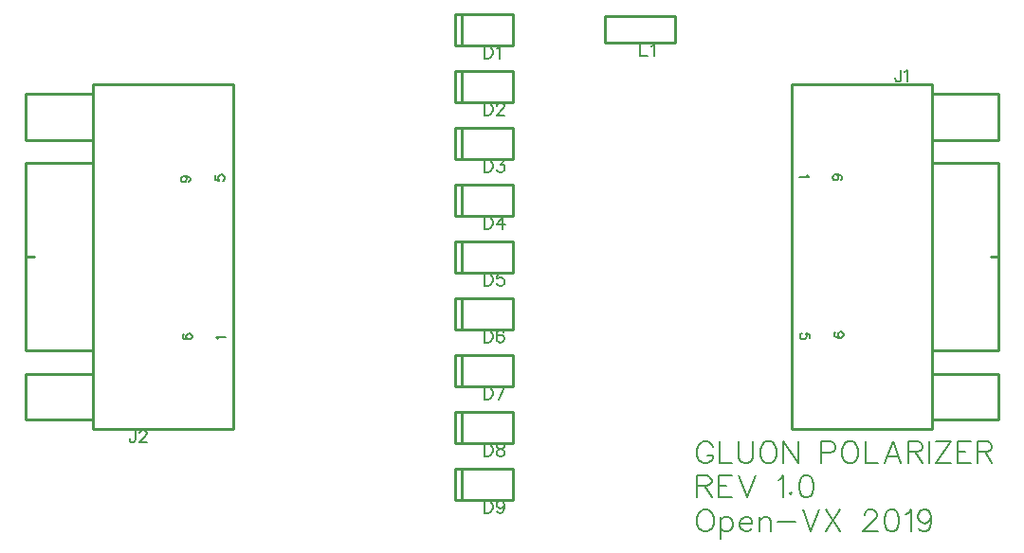
<source format=gto>
G04 Layer: TopSilkLayer*
G04 EasyEDA v5.9.42, Tue, 26 Mar 2019 22:23:46 GMT*
G04 136a07bf7604451eaa250bedc6906433*
G04 Gerber Generator version 0.2*
G04 Scale: 100 percent, Rotated: No, Reflected: No *
G04 Dimensions in inches *
G04 leading zeros omitted , absolute positions ,2 integer and 4 decimal *
%FSLAX24Y24*%
%MOIN*%
G90*
G70D02*

%ADD10C,0.010000*%
%ADD17C,0.009000*%
%ADD18C,0.008000*%
%ADD19C,0.006000*%
%ADD20C,0.005000*%

%LPD*%
G54D17*
G01X17525Y17459D02*
G01X15475Y17459D01*
G01X15475Y18540D01*
G01X17525Y18540D01*
G01X17525Y17459D01*
G01X15725Y17459D02*
G01X15725Y18540D01*
G01X17525Y15459D02*
G01X15475Y15459D01*
G01X15475Y16540D01*
G01X17525Y16540D01*
G01X17525Y15459D01*
G01X15725Y15459D02*
G01X15725Y16540D01*
G01X17525Y13459D02*
G01X15475Y13459D01*
G01X15475Y14540D01*
G01X17525Y14540D01*
G01X17525Y13459D01*
G01X15725Y13459D02*
G01X15725Y14540D01*
G01X17525Y11459D02*
G01X15475Y11459D01*
G01X15475Y12540D01*
G01X17525Y12540D01*
G01X17525Y11459D01*
G01X15725Y11459D02*
G01X15725Y12540D01*
G01X17525Y9459D02*
G01X15475Y9459D01*
G01X15475Y10540D01*
G01X17525Y10540D01*
G01X17525Y9459D01*
G01X15725Y9459D02*
G01X15725Y10540D01*
G01X17525Y7459D02*
G01X15475Y7459D01*
G01X15475Y8540D01*
G01X17525Y8540D01*
G01X17525Y7459D01*
G01X15725Y7459D02*
G01X15725Y8540D01*
G01X17525Y5459D02*
G01X15475Y5459D01*
G01X15475Y6540D01*
G01X17525Y6540D01*
G01X17525Y5459D01*
G01X15725Y5459D02*
G01X15725Y6540D01*
G01X17525Y3459D02*
G01X15475Y3459D01*
G01X15475Y4540D01*
G01X17525Y4540D01*
G01X17525Y3459D01*
G01X15725Y3459D02*
G01X15725Y4540D01*
G01X17525Y1459D02*
G01X15475Y1459D01*
G01X15475Y2540D01*
G01X17525Y2540D01*
G01X17525Y1459D01*
G01X15725Y1459D02*
G01X15725Y2540D01*
G54D10*
G01X23239Y18469D02*
G01X23239Y17530D01*
G01X23239Y17530D02*
G01X20760Y17530D01*
G01X20760Y17530D02*
G01X20760Y18469D01*
G01X20760Y18469D02*
G01X23239Y18469D01*
G01X32240Y3936D02*
G01X27318Y3936D01*
G01X27318Y16062D01*
G01X32240Y16062D01*
G01X32240Y3936D01*
G01X34318Y9998D02*
G01X34594Y9998D01*
G01X32240Y13295D02*
G01X34602Y13295D01*
G01X34602Y6700D01*
G01X32240Y6700D01*
G01X32240Y14106D02*
G01X34602Y14106D01*
G01X32240Y15736D02*
G01X34602Y15736D01*
G01X34602Y14118D01*
G01X34602Y4275D02*
G01X34602Y5893D01*
G01X32240Y5893D01*
G01X32240Y4263D02*
G01X34602Y4263D01*
G01X2759Y16063D02*
G01X7681Y16063D01*
G01X7681Y3937D01*
G01X2759Y3937D01*
G01X2759Y16063D01*
G01X681Y10001D02*
G01X405Y10001D01*
G01X2759Y6704D02*
G01X397Y6704D01*
G01X397Y13299D01*
G01X2759Y13299D01*
G01X2759Y5893D02*
G01X397Y5893D01*
G01X2759Y4263D02*
G01X397Y4263D01*
G01X397Y5881D01*
G01X397Y15724D02*
G01X397Y14106D01*
G01X2759Y14106D01*
G01X2759Y15736D02*
G01X397Y15736D01*
G54D18*
G01X24544Y3318D02*
G01X24509Y3390D01*
G01X24435Y3463D01*
G01X24364Y3499D01*
G01X24218Y3499D01*
G01X24144Y3463D01*
G01X24072Y3390D01*
G01X24035Y3318D01*
G01X24000Y3208D01*
G01X24000Y3027D01*
G01X24035Y2918D01*
G01X24072Y2845D01*
G01X24144Y2772D01*
G01X24218Y2736D01*
G01X24364Y2736D01*
G01X24435Y2772D01*
G01X24509Y2845D01*
G01X24544Y2918D01*
G01X24544Y3027D01*
G01X24364Y3027D02*
G01X24544Y3027D01*
G01X24785Y3499D02*
G01X24785Y2736D01*
G01X24785Y2736D02*
G01X25222Y2736D01*
G01X25461Y3499D02*
G01X25461Y2954D01*
G01X25497Y2845D01*
G01X25571Y2772D01*
G01X25680Y2736D01*
G01X25752Y2736D01*
G01X25861Y2772D01*
G01X25935Y2845D01*
G01X25971Y2954D01*
G01X25971Y3499D01*
G01X26428Y3499D02*
G01X26356Y3463D01*
G01X26284Y3390D01*
G01X26247Y3318D01*
G01X26210Y3208D01*
G01X26210Y3027D01*
G01X26247Y2918D01*
G01X26284Y2845D01*
G01X26356Y2772D01*
G01X26428Y2736D01*
G01X26575Y2736D01*
G01X26647Y2772D01*
G01X26719Y2845D01*
G01X26756Y2918D01*
G01X26793Y3027D01*
G01X26793Y3208D01*
G01X26756Y3318D01*
G01X26719Y3390D01*
G01X26647Y3463D01*
G01X26575Y3499D01*
G01X26428Y3499D01*
G01X27032Y3499D02*
G01X27032Y2736D01*
G01X27032Y3499D02*
G01X27542Y2736D01*
G01X27542Y3499D02*
G01X27542Y2736D01*
G01X28342Y3499D02*
G01X28342Y2736D01*
G01X28342Y3499D02*
G01X28668Y3499D01*
G01X28777Y3463D01*
G01X28814Y3427D01*
G01X28851Y3354D01*
G01X28851Y3245D01*
G01X28814Y3172D01*
G01X28777Y3136D01*
G01X28668Y3099D01*
G01X28342Y3099D01*
G01X29309Y3499D02*
G01X29235Y3463D01*
G01X29164Y3390D01*
G01X29127Y3318D01*
G01X29090Y3208D01*
G01X29090Y3027D01*
G01X29127Y2918D01*
G01X29164Y2845D01*
G01X29235Y2772D01*
G01X29309Y2736D01*
G01X29455Y2736D01*
G01X29527Y2772D01*
G01X29600Y2845D01*
G01X29635Y2918D01*
G01X29672Y3027D01*
G01X29672Y3208D01*
G01X29635Y3318D01*
G01X29600Y3390D01*
G01X29527Y3463D01*
G01X29455Y3499D01*
G01X29309Y3499D01*
G01X29913Y3499D02*
G01X29913Y2736D01*
G01X29913Y2736D02*
G01X30348Y2736D01*
G01X30880Y3499D02*
G01X30589Y2736D01*
G01X30880Y3499D02*
G01X31171Y2736D01*
G01X30697Y2990D02*
G01X31061Y2990D01*
G01X31410Y3499D02*
G01X31410Y2736D01*
G01X31410Y3499D02*
G01X31738Y3499D01*
G01X31847Y3463D01*
G01X31884Y3427D01*
G01X31919Y3354D01*
G01X31919Y3281D01*
G01X31884Y3208D01*
G01X31847Y3172D01*
G01X31738Y3136D01*
G01X31410Y3136D01*
G01X31664Y3136D02*
G01X31919Y2736D01*
G01X32160Y3499D02*
G01X32160Y2736D01*
G01X32909Y3499D02*
G01X32400Y2736D01*
G01X32400Y3499D02*
G01X32909Y3499D01*
G01X32400Y2736D02*
G01X32909Y2736D01*
G01X33148Y3499D02*
G01X33148Y2736D01*
G01X33148Y3499D02*
G01X33622Y3499D01*
G01X33148Y3136D02*
G01X33439Y3136D01*
G01X33148Y2736D02*
G01X33622Y2736D01*
G01X33861Y3499D02*
G01X33861Y2736D01*
G01X33861Y3499D02*
G01X34189Y3499D01*
G01X34297Y3463D01*
G01X34335Y3427D01*
G01X34371Y3354D01*
G01X34371Y3281D01*
G01X34335Y3208D01*
G01X34297Y3172D01*
G01X34189Y3136D01*
G01X33861Y3136D01*
G01X34115Y3136D02*
G01X34371Y2736D01*
G01X24000Y2299D02*
G01X24000Y1536D01*
G01X24000Y2299D02*
G01X24327Y2299D01*
G01X24435Y2263D01*
G01X24472Y2227D01*
G01X24509Y2154D01*
G01X24509Y2081D01*
G01X24472Y2008D01*
G01X24435Y1972D01*
G01X24327Y1936D01*
G01X24000Y1936D01*
G01X24255Y1936D02*
G01X24509Y1536D01*
G01X24748Y2299D02*
G01X24748Y1536D01*
G01X24748Y2299D02*
G01X25222Y2299D01*
G01X24748Y1936D02*
G01X25039Y1936D01*
G01X24748Y1536D02*
G01X25222Y1536D01*
G01X25461Y2299D02*
G01X25752Y1536D01*
G01X26043Y2299D02*
G01X25752Y1536D01*
G01X26843Y2154D02*
G01X26915Y2190D01*
G01X27025Y2299D01*
G01X27025Y1536D01*
G01X27302Y1718D02*
G01X27264Y1681D01*
G01X27302Y1645D01*
G01X27338Y1681D01*
G01X27302Y1718D01*
G01X27796Y2299D02*
G01X27686Y2263D01*
G01X27614Y2154D01*
G01X27577Y1972D01*
G01X27577Y1863D01*
G01X27614Y1681D01*
G01X27686Y1572D01*
G01X27796Y1536D01*
G01X27868Y1536D01*
G01X27977Y1572D01*
G01X28051Y1681D01*
G01X28086Y1863D01*
G01X28086Y1972D01*
G01X28051Y2154D01*
G01X27977Y2263D01*
G01X27868Y2299D01*
G01X27796Y2299D01*
G01X24218Y1099D02*
G01X24144Y1063D01*
G01X24072Y990D01*
G01X24035Y918D01*
G01X24000Y808D01*
G01X24000Y627D01*
G01X24035Y518D01*
G01X24072Y445D01*
G01X24144Y372D01*
G01X24218Y336D01*
G01X24364Y336D01*
G01X24435Y372D01*
G01X24509Y445D01*
G01X24544Y518D01*
G01X24581Y627D01*
G01X24581Y808D01*
G01X24544Y918D01*
G01X24509Y990D01*
G01X24435Y1063D01*
G01X24364Y1099D01*
G01X24218Y1099D01*
G01X24822Y845D02*
G01X24822Y81D01*
G01X24822Y736D02*
G01X24894Y808D01*
G01X24967Y845D01*
G01X25076Y845D01*
G01X25148Y808D01*
G01X25222Y736D01*
G01X25257Y627D01*
G01X25257Y554D01*
G01X25222Y445D01*
G01X25148Y372D01*
G01X25076Y336D01*
G01X24967Y336D01*
G01X24894Y372D01*
G01X24822Y445D01*
G01X25497Y627D02*
G01X25935Y627D01*
G01X25935Y699D01*
G01X25897Y772D01*
G01X25861Y808D01*
G01X25789Y845D01*
G01X25680Y845D01*
G01X25606Y808D01*
G01X25535Y736D01*
G01X25497Y627D01*
G01X25497Y554D01*
G01X25535Y445D01*
G01X25606Y372D01*
G01X25680Y336D01*
G01X25789Y336D01*
G01X25861Y372D01*
G01X25935Y445D01*
G01X26175Y845D02*
G01X26175Y336D01*
G01X26175Y699D02*
G01X26284Y808D01*
G01X26356Y845D01*
G01X26464Y845D01*
G01X26538Y808D01*
G01X26575Y699D01*
G01X26575Y336D01*
G01X26814Y663D02*
G01X27468Y663D01*
G01X27709Y1099D02*
G01X28000Y336D01*
G01X28290Y1099D02*
G01X28000Y336D01*
G01X28531Y1099D02*
G01X29039Y336D01*
G01X29039Y1099D02*
G01X28531Y336D01*
G01X29876Y918D02*
G01X29876Y954D01*
G01X29913Y1027D01*
G01X29948Y1063D01*
G01X30022Y1099D01*
G01X30167Y1099D01*
G01X30239Y1063D01*
G01X30276Y1027D01*
G01X30313Y954D01*
G01X30313Y881D01*
G01X30276Y808D01*
G01X30203Y699D01*
G01X29839Y336D01*
G01X30348Y336D01*
G01X30806Y1099D02*
G01X30697Y1063D01*
G01X30625Y954D01*
G01X30589Y772D01*
G01X30589Y663D01*
G01X30625Y481D01*
G01X30697Y372D01*
G01X30806Y336D01*
G01X30880Y336D01*
G01X30989Y372D01*
G01X31061Y481D01*
G01X31097Y663D01*
G01X31097Y772D01*
G01X31061Y954D01*
G01X30989Y1063D01*
G01X30880Y1099D01*
G01X30806Y1099D01*
G01X31338Y954D02*
G01X31410Y990D01*
G01X31519Y1099D01*
G01X31519Y336D01*
G01X32232Y845D02*
G01X32196Y736D01*
G01X32123Y663D01*
G01X32014Y627D01*
G01X31977Y627D01*
G01X31868Y663D01*
G01X31796Y736D01*
G01X31760Y845D01*
G01X31760Y881D01*
G01X31796Y990D01*
G01X31868Y1063D01*
G01X31977Y1099D01*
G01X32014Y1099D01*
G01X32123Y1063D01*
G01X32196Y990D01*
G01X32232Y845D01*
G01X32232Y663D01*
G01X32196Y481D01*
G01X32123Y372D01*
G01X32014Y336D01*
G01X31942Y336D01*
G01X31832Y372D01*
G01X31796Y445D01*
G54D19*
G01X16525Y17421D02*
G01X16525Y16992D01*
G01X16525Y17421D02*
G01X16668Y17421D01*
G01X16730Y17401D01*
G01X16769Y17359D01*
G01X16790Y17319D01*
G01X16810Y17257D01*
G01X16810Y17155D01*
G01X16790Y17094D01*
G01X16769Y17053D01*
G01X16730Y17011D01*
G01X16668Y16992D01*
G01X16525Y16992D01*
G01X16946Y17340D02*
G01X16986Y17359D01*
G01X17048Y17421D01*
G01X17048Y16992D01*
G01X16525Y15421D02*
G01X16525Y14992D01*
G01X16525Y15421D02*
G01X16668Y15421D01*
G01X16730Y15401D01*
G01X16769Y15359D01*
G01X16790Y15319D01*
G01X16810Y15257D01*
G01X16810Y15155D01*
G01X16790Y15094D01*
G01X16769Y15053D01*
G01X16730Y15011D01*
G01X16668Y14992D01*
G01X16525Y14992D01*
G01X16967Y15319D02*
G01X16967Y15340D01*
G01X16986Y15380D01*
G01X17007Y15401D01*
G01X17048Y15421D01*
G01X17130Y15421D01*
G01X17171Y15401D01*
G01X17192Y15380D01*
G01X17211Y15340D01*
G01X17211Y15298D01*
G01X17192Y15257D01*
G01X17151Y15196D01*
G01X16946Y14992D01*
G01X17232Y14992D01*
G01X16525Y13421D02*
G01X16525Y12992D01*
G01X16525Y13421D02*
G01X16668Y13421D01*
G01X16730Y13401D01*
G01X16769Y13359D01*
G01X16790Y13319D01*
G01X16810Y13257D01*
G01X16810Y13155D01*
G01X16790Y13094D01*
G01X16769Y13053D01*
G01X16730Y13011D01*
G01X16668Y12992D01*
G01X16525Y12992D01*
G01X16986Y13421D02*
G01X17211Y13421D01*
G01X17089Y13257D01*
G01X17151Y13257D01*
G01X17192Y13236D01*
G01X17211Y13217D01*
G01X17232Y13155D01*
G01X17232Y13115D01*
G01X17211Y13053D01*
G01X17171Y13011D01*
G01X17110Y12992D01*
G01X17048Y12992D01*
G01X16986Y13011D01*
G01X16967Y13032D01*
G01X16946Y13073D01*
G01X16525Y11421D02*
G01X16525Y10992D01*
G01X16525Y11421D02*
G01X16668Y11421D01*
G01X16730Y11401D01*
G01X16769Y11359D01*
G01X16790Y11319D01*
G01X16810Y11257D01*
G01X16810Y11155D01*
G01X16790Y11094D01*
G01X16769Y11053D01*
G01X16730Y11011D01*
G01X16668Y10992D01*
G01X16525Y10992D01*
G01X17151Y11421D02*
G01X16946Y11134D01*
G01X17252Y11134D01*
G01X17151Y11421D02*
G01X17151Y10992D01*
G01X16525Y9421D02*
G01X16525Y8992D01*
G01X16525Y9421D02*
G01X16668Y9421D01*
G01X16730Y9401D01*
G01X16769Y9359D01*
G01X16790Y9319D01*
G01X16810Y9257D01*
G01X16810Y9155D01*
G01X16790Y9094D01*
G01X16769Y9053D01*
G01X16730Y9011D01*
G01X16668Y8992D01*
G01X16525Y8992D01*
G01X17192Y9421D02*
G01X16986Y9421D01*
G01X16967Y9236D01*
G01X16986Y9257D01*
G01X17048Y9278D01*
G01X17110Y9278D01*
G01X17171Y9257D01*
G01X17211Y9217D01*
G01X17232Y9155D01*
G01X17232Y9115D01*
G01X17211Y9053D01*
G01X17171Y9011D01*
G01X17110Y8992D01*
G01X17048Y8992D01*
G01X16986Y9011D01*
G01X16967Y9032D01*
G01X16946Y9073D01*
G01X16525Y7421D02*
G01X16525Y6992D01*
G01X16525Y7421D02*
G01X16668Y7421D01*
G01X16730Y7401D01*
G01X16769Y7359D01*
G01X16790Y7319D01*
G01X16810Y7257D01*
G01X16810Y7155D01*
G01X16790Y7094D01*
G01X16769Y7053D01*
G01X16730Y7011D01*
G01X16668Y6992D01*
G01X16525Y6992D01*
G01X17192Y7359D02*
G01X17171Y7401D01*
G01X17110Y7421D01*
G01X17068Y7421D01*
G01X17007Y7401D01*
G01X16967Y7340D01*
G01X16946Y7236D01*
G01X16946Y7134D01*
G01X16967Y7053D01*
G01X17007Y7011D01*
G01X17068Y6992D01*
G01X17089Y6992D01*
G01X17151Y7011D01*
G01X17192Y7053D01*
G01X17211Y7115D01*
G01X17211Y7134D01*
G01X17192Y7196D01*
G01X17151Y7236D01*
G01X17089Y7257D01*
G01X17068Y7257D01*
G01X17007Y7236D01*
G01X16967Y7196D01*
G01X16946Y7134D01*
G01X16525Y5421D02*
G01X16525Y4992D01*
G01X16525Y5421D02*
G01X16668Y5421D01*
G01X16730Y5401D01*
G01X16769Y5359D01*
G01X16790Y5319D01*
G01X16810Y5257D01*
G01X16810Y5155D01*
G01X16790Y5094D01*
G01X16769Y5053D01*
G01X16730Y5011D01*
G01X16668Y4992D01*
G01X16525Y4992D01*
G01X17232Y5421D02*
G01X17027Y4992D01*
G01X16946Y5421D02*
G01X17232Y5421D01*
G01X16525Y3421D02*
G01X16525Y2992D01*
G01X16525Y3421D02*
G01X16668Y3421D01*
G01X16730Y3401D01*
G01X16769Y3359D01*
G01X16790Y3319D01*
G01X16810Y3257D01*
G01X16810Y3155D01*
G01X16790Y3094D01*
G01X16769Y3053D01*
G01X16730Y3011D01*
G01X16668Y2992D01*
G01X16525Y2992D01*
G01X17048Y3421D02*
G01X16986Y3401D01*
G01X16967Y3359D01*
G01X16967Y3319D01*
G01X16986Y3278D01*
G01X17027Y3257D01*
G01X17110Y3236D01*
G01X17171Y3217D01*
G01X17211Y3176D01*
G01X17232Y3134D01*
G01X17232Y3073D01*
G01X17211Y3032D01*
G01X17192Y3011D01*
G01X17130Y2992D01*
G01X17048Y2992D01*
G01X16986Y3011D01*
G01X16967Y3032D01*
G01X16946Y3073D01*
G01X16946Y3134D01*
G01X16967Y3176D01*
G01X17007Y3217D01*
G01X17068Y3236D01*
G01X17151Y3257D01*
G01X17192Y3278D01*
G01X17211Y3319D01*
G01X17211Y3359D01*
G01X17192Y3401D01*
G01X17130Y3421D01*
G01X17048Y3421D01*
G01X16525Y1421D02*
G01X16525Y992D01*
G01X16525Y1421D02*
G01X16668Y1421D01*
G01X16730Y1401D01*
G01X16769Y1359D01*
G01X16790Y1319D01*
G01X16810Y1257D01*
G01X16810Y1155D01*
G01X16790Y1094D01*
G01X16769Y1053D01*
G01X16730Y1011D01*
G01X16668Y992D01*
G01X16525Y992D01*
G01X17211Y1278D02*
G01X17192Y1217D01*
G01X17151Y1176D01*
G01X17089Y1155D01*
G01X17068Y1155D01*
G01X17007Y1176D01*
G01X16967Y1217D01*
G01X16946Y1278D01*
G01X16946Y1298D01*
G01X16967Y1359D01*
G01X17007Y1401D01*
G01X17068Y1421D01*
G01X17089Y1421D01*
G01X17151Y1401D01*
G01X17192Y1359D01*
G01X17211Y1278D01*
G01X17211Y1176D01*
G01X17192Y1073D01*
G01X17151Y1011D01*
G01X17089Y992D01*
G01X17048Y992D01*
G01X16986Y1011D01*
G01X16967Y1053D01*
G01X22000Y17490D02*
G01X22000Y17061D01*
G01X22000Y17061D02*
G01X22244Y17061D01*
G01X22380Y17409D02*
G01X22421Y17430D01*
G01X22482Y17490D01*
G01X22482Y17061D01*
G01X31164Y16592D02*
G01X31164Y16265D01*
G01X31143Y16204D01*
G01X31123Y16183D01*
G01X31082Y16163D01*
G01X31041Y16163D01*
G01X31000Y16183D01*
G01X30979Y16204D01*
G01X30959Y16265D01*
G01X30959Y16306D01*
G01X31299Y16511D02*
G01X31339Y16531D01*
G01X31401Y16592D01*
G01X31401Y16163D01*
G54D20*
G01X27847Y12893D02*
G01X27863Y12861D01*
G01X27911Y12814D01*
G01X27577Y12814D01*
G01X27951Y7132D02*
G01X27951Y7291D01*
G01X27808Y7307D01*
G01X27824Y7291D01*
G01X27840Y7244D01*
G01X27840Y7196D01*
G01X27824Y7148D01*
G01X27792Y7116D01*
G01X27744Y7100D01*
G01X27712Y7100D01*
G01X27665Y7116D01*
G01X27633Y7148D01*
G01X27617Y7196D01*
G01X27617Y7244D01*
G01X27633Y7291D01*
G01X27649Y7307D01*
G01X27681Y7323D01*
G01X29040Y7156D02*
G01X28992Y7172D01*
G01X28960Y7204D01*
G01X28944Y7252D01*
G01X28944Y7268D01*
G01X28960Y7315D01*
G01X28992Y7347D01*
G01X29040Y7363D01*
G01X29056Y7363D01*
G01X29103Y7347D01*
G01X29135Y7315D01*
G01X29151Y7268D01*
G01X29151Y7252D01*
G01X29135Y7204D01*
G01X29103Y7172D01*
G01X29040Y7156D01*
G01X28960Y7156D01*
G01X28881Y7172D01*
G01X28833Y7204D01*
G01X28817Y7252D01*
G01X28817Y7284D01*
G01X28833Y7331D01*
G01X28865Y7347D01*
G01X29043Y12712D02*
G01X29075Y12728D01*
G01X29091Y12776D01*
G01X29091Y12808D01*
G01X29075Y12855D01*
G01X29027Y12887D01*
G01X28948Y12903D01*
G01X28868Y12903D01*
G01X28805Y12887D01*
G01X28773Y12855D01*
G01X28757Y12808D01*
G01X28757Y12792D01*
G01X28773Y12744D01*
G01X28805Y12712D01*
G01X28852Y12696D01*
G01X28868Y12696D01*
G01X28916Y12712D01*
G01X28948Y12744D01*
G01X28964Y12792D01*
G01X28964Y12808D01*
G01X28948Y12855D01*
G01X28916Y12887D01*
G01X28868Y12903D01*
G54D19*
G01X4245Y3898D02*
G01X4245Y3571D01*
G01X4224Y3510D01*
G01X4204Y3489D01*
G01X4163Y3469D01*
G01X4122Y3469D01*
G01X4081Y3489D01*
G01X4060Y3510D01*
G01X4040Y3571D01*
G01X4040Y3612D01*
G01X4400Y3796D02*
G01X4400Y3817D01*
G01X4420Y3857D01*
G01X4441Y3878D01*
G01X4482Y3898D01*
G01X4564Y3898D01*
G01X4605Y3878D01*
G01X4625Y3857D01*
G01X4645Y3817D01*
G01X4645Y3776D01*
G01X4625Y3735D01*
G01X4584Y3673D01*
G01X4380Y3469D01*
G01X4666Y3469D01*
G54D20*
G01X7152Y7106D02*
G01X7136Y7138D01*
G01X7088Y7185D01*
G01X7422Y7185D01*
G01X7048Y12867D02*
G01X7048Y12708D01*
G01X7191Y12692D01*
G01X7175Y12708D01*
G01X7159Y12755D01*
G01X7159Y12803D01*
G01X7175Y12851D01*
G01X7207Y12883D01*
G01X7255Y12899D01*
G01X7287Y12899D01*
G01X7334Y12883D01*
G01X7366Y12851D01*
G01X7382Y12803D01*
G01X7382Y12755D01*
G01X7366Y12708D01*
G01X7350Y12692D01*
G01X7318Y12676D01*
G01X5959Y12843D02*
G01X6007Y12827D01*
G01X6039Y12795D01*
G01X6055Y12747D01*
G01X6055Y12731D01*
G01X6039Y12684D01*
G01X6007Y12652D01*
G01X5959Y12636D01*
G01X5943Y12636D01*
G01X5896Y12652D01*
G01X5864Y12684D01*
G01X5848Y12731D01*
G01X5848Y12747D01*
G01X5864Y12795D01*
G01X5896Y12827D01*
G01X5959Y12843D01*
G01X6039Y12843D01*
G01X6118Y12827D01*
G01X6166Y12795D01*
G01X6182Y12747D01*
G01X6182Y12715D01*
G01X6166Y12668D01*
G01X6134Y12652D01*
G01X5956Y7287D02*
G01X5924Y7271D01*
G01X5908Y7223D01*
G01X5908Y7191D01*
G01X5924Y7144D01*
G01X5972Y7112D01*
G01X6051Y7096D01*
G01X6131Y7096D01*
G01X6194Y7112D01*
G01X6226Y7144D01*
G01X6242Y7191D01*
G01X6242Y7207D01*
G01X6226Y7255D01*
G01X6194Y7287D01*
G01X6147Y7303D01*
G01X6131Y7303D01*
G01X6083Y7287D01*
G01X6051Y7255D01*
G01X6035Y7207D01*
G01X6035Y7191D01*
G01X6051Y7144D01*
G01X6083Y7112D01*
G01X6131Y7096D01*
M00*
M02*

</source>
